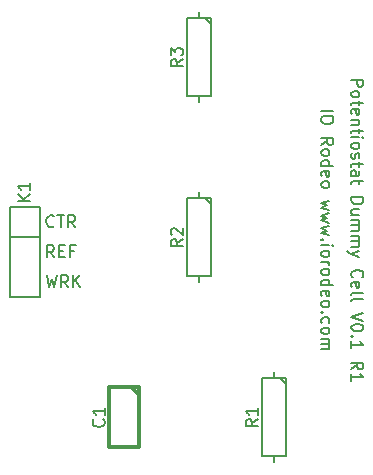
<source format=gto>
G04 (created by PCBNEW (2013-jul-07)-stable) date Mon 21 Nov 2016 11:31:40 AM PST*
%MOIN*%
G04 Gerber Fmt 3.4, Leading zero omitted, Abs format*
%FSLAX34Y34*%
G01*
G70*
G90*
G04 APERTURE LIST*
%ADD10C,0.00590551*%
%ADD11C,0.008*%
%ADD12C,0.006*%
%ADD13C,0.012*%
G04 APERTURE END LIST*
G54D10*
G54D11*
X31428Y-40761D02*
X31523Y-41161D01*
X31600Y-40876D01*
X31676Y-41161D01*
X31771Y-40761D01*
X32152Y-41161D02*
X32019Y-40971D01*
X31923Y-41161D02*
X31923Y-40761D01*
X32076Y-40761D01*
X32114Y-40780D01*
X32133Y-40800D01*
X32152Y-40838D01*
X32152Y-40895D01*
X32133Y-40933D01*
X32114Y-40952D01*
X32076Y-40971D01*
X31923Y-40971D01*
X32323Y-41161D02*
X32323Y-40761D01*
X32552Y-41161D02*
X32380Y-40933D01*
X32552Y-40761D02*
X32323Y-40990D01*
X31671Y-40161D02*
X31538Y-39971D01*
X31442Y-40161D02*
X31442Y-39761D01*
X31595Y-39761D01*
X31633Y-39780D01*
X31652Y-39800D01*
X31671Y-39838D01*
X31671Y-39895D01*
X31652Y-39933D01*
X31633Y-39952D01*
X31595Y-39971D01*
X31442Y-39971D01*
X31842Y-39952D02*
X31976Y-39952D01*
X32033Y-40161D02*
X31842Y-40161D01*
X31842Y-39761D01*
X32033Y-39761D01*
X32338Y-39952D02*
X32204Y-39952D01*
X32204Y-40161D02*
X32204Y-39761D01*
X32395Y-39761D01*
X31671Y-39123D02*
X31652Y-39142D01*
X31595Y-39161D01*
X31557Y-39161D01*
X31500Y-39142D01*
X31461Y-39104D01*
X31442Y-39066D01*
X31423Y-38990D01*
X31423Y-38933D01*
X31442Y-38857D01*
X31461Y-38819D01*
X31500Y-38780D01*
X31557Y-38761D01*
X31595Y-38761D01*
X31652Y-38780D01*
X31671Y-38800D01*
X31785Y-38761D02*
X32014Y-38761D01*
X31900Y-39161D02*
X31900Y-38761D01*
X32376Y-39161D02*
X32242Y-38971D01*
X32147Y-39161D02*
X32147Y-38761D01*
X32300Y-38761D01*
X32338Y-38780D01*
X32357Y-38800D01*
X32376Y-38838D01*
X32376Y-38895D01*
X32357Y-38933D01*
X32338Y-38952D01*
X32300Y-38971D01*
X32147Y-38971D01*
X40588Y-35269D02*
X40988Y-35269D01*
X40988Y-35535D02*
X40988Y-35611D01*
X40969Y-35650D01*
X40930Y-35688D01*
X40854Y-35707D01*
X40721Y-35707D01*
X40645Y-35688D01*
X40607Y-35650D01*
X40588Y-35611D01*
X40588Y-35535D01*
X40607Y-35497D01*
X40645Y-35459D01*
X40721Y-35440D01*
X40854Y-35440D01*
X40930Y-35459D01*
X40969Y-35497D01*
X40988Y-35535D01*
X40588Y-36411D02*
X40778Y-36278D01*
X40588Y-36183D02*
X40988Y-36183D01*
X40988Y-36335D01*
X40969Y-36373D01*
X40950Y-36392D01*
X40911Y-36411D01*
X40854Y-36411D01*
X40816Y-36392D01*
X40797Y-36373D01*
X40778Y-36335D01*
X40778Y-36183D01*
X40588Y-36640D02*
X40607Y-36602D01*
X40626Y-36583D01*
X40664Y-36564D01*
X40778Y-36564D01*
X40816Y-36583D01*
X40835Y-36602D01*
X40854Y-36640D01*
X40854Y-36697D01*
X40835Y-36735D01*
X40816Y-36754D01*
X40778Y-36773D01*
X40664Y-36773D01*
X40626Y-36754D01*
X40607Y-36735D01*
X40588Y-36697D01*
X40588Y-36640D01*
X40588Y-37116D02*
X40988Y-37116D01*
X40607Y-37116D02*
X40588Y-37078D01*
X40588Y-37002D01*
X40607Y-36964D01*
X40626Y-36945D01*
X40664Y-36926D01*
X40778Y-36926D01*
X40816Y-36945D01*
X40835Y-36964D01*
X40854Y-37002D01*
X40854Y-37078D01*
X40835Y-37116D01*
X40607Y-37459D02*
X40588Y-37421D01*
X40588Y-37345D01*
X40607Y-37307D01*
X40645Y-37288D01*
X40797Y-37288D01*
X40835Y-37307D01*
X40854Y-37345D01*
X40854Y-37421D01*
X40835Y-37459D01*
X40797Y-37478D01*
X40759Y-37478D01*
X40721Y-37288D01*
X40588Y-37707D02*
X40607Y-37669D01*
X40626Y-37650D01*
X40664Y-37630D01*
X40778Y-37630D01*
X40816Y-37650D01*
X40835Y-37669D01*
X40854Y-37707D01*
X40854Y-37764D01*
X40835Y-37802D01*
X40816Y-37821D01*
X40778Y-37840D01*
X40664Y-37840D01*
X40626Y-37821D01*
X40607Y-37802D01*
X40588Y-37764D01*
X40588Y-37707D01*
X40854Y-38278D02*
X40588Y-38354D01*
X40778Y-38430D01*
X40588Y-38507D01*
X40854Y-38583D01*
X40854Y-38697D02*
X40588Y-38773D01*
X40778Y-38849D01*
X40588Y-38926D01*
X40854Y-39002D01*
X40854Y-39116D02*
X40588Y-39192D01*
X40778Y-39269D01*
X40588Y-39345D01*
X40854Y-39421D01*
X40626Y-39573D02*
X40607Y-39592D01*
X40588Y-39573D01*
X40607Y-39554D01*
X40626Y-39573D01*
X40588Y-39573D01*
X40588Y-39764D02*
X40854Y-39764D01*
X40988Y-39764D02*
X40969Y-39745D01*
X40950Y-39764D01*
X40969Y-39783D01*
X40988Y-39764D01*
X40950Y-39764D01*
X40588Y-40011D02*
X40607Y-39973D01*
X40626Y-39954D01*
X40664Y-39935D01*
X40778Y-39935D01*
X40816Y-39954D01*
X40835Y-39973D01*
X40854Y-40011D01*
X40854Y-40069D01*
X40835Y-40107D01*
X40816Y-40126D01*
X40778Y-40145D01*
X40664Y-40145D01*
X40626Y-40126D01*
X40607Y-40107D01*
X40588Y-40069D01*
X40588Y-40011D01*
X40588Y-40316D02*
X40854Y-40316D01*
X40778Y-40316D02*
X40816Y-40335D01*
X40835Y-40354D01*
X40854Y-40392D01*
X40854Y-40430D01*
X40588Y-40621D02*
X40607Y-40583D01*
X40626Y-40564D01*
X40664Y-40545D01*
X40778Y-40545D01*
X40816Y-40564D01*
X40835Y-40583D01*
X40854Y-40621D01*
X40854Y-40678D01*
X40835Y-40716D01*
X40816Y-40735D01*
X40778Y-40754D01*
X40664Y-40754D01*
X40626Y-40735D01*
X40607Y-40716D01*
X40588Y-40678D01*
X40588Y-40621D01*
X40588Y-41097D02*
X40988Y-41097D01*
X40607Y-41097D02*
X40588Y-41059D01*
X40588Y-40983D01*
X40607Y-40945D01*
X40626Y-40926D01*
X40664Y-40907D01*
X40778Y-40907D01*
X40816Y-40926D01*
X40835Y-40945D01*
X40854Y-40983D01*
X40854Y-41059D01*
X40835Y-41097D01*
X40607Y-41440D02*
X40588Y-41402D01*
X40588Y-41326D01*
X40607Y-41288D01*
X40645Y-41269D01*
X40797Y-41269D01*
X40835Y-41288D01*
X40854Y-41326D01*
X40854Y-41402D01*
X40835Y-41440D01*
X40797Y-41459D01*
X40759Y-41459D01*
X40721Y-41269D01*
X40588Y-41688D02*
X40607Y-41650D01*
X40626Y-41630D01*
X40664Y-41611D01*
X40778Y-41611D01*
X40816Y-41630D01*
X40835Y-41650D01*
X40854Y-41688D01*
X40854Y-41745D01*
X40835Y-41783D01*
X40816Y-41802D01*
X40778Y-41821D01*
X40664Y-41821D01*
X40626Y-41802D01*
X40607Y-41783D01*
X40588Y-41745D01*
X40588Y-41688D01*
X40626Y-41992D02*
X40607Y-42011D01*
X40588Y-41992D01*
X40607Y-41973D01*
X40626Y-41992D01*
X40588Y-41992D01*
X40607Y-42354D02*
X40588Y-42316D01*
X40588Y-42240D01*
X40607Y-42202D01*
X40626Y-42183D01*
X40664Y-42164D01*
X40778Y-42164D01*
X40816Y-42183D01*
X40835Y-42202D01*
X40854Y-42240D01*
X40854Y-42316D01*
X40835Y-42354D01*
X40588Y-42583D02*
X40607Y-42545D01*
X40626Y-42526D01*
X40664Y-42507D01*
X40778Y-42507D01*
X40816Y-42526D01*
X40835Y-42545D01*
X40854Y-42583D01*
X40854Y-42640D01*
X40835Y-42678D01*
X40816Y-42697D01*
X40778Y-42716D01*
X40664Y-42716D01*
X40626Y-42697D01*
X40607Y-42678D01*
X40588Y-42640D01*
X40588Y-42583D01*
X40588Y-42888D02*
X40854Y-42888D01*
X40816Y-42888D02*
X40835Y-42907D01*
X40854Y-42945D01*
X40854Y-43002D01*
X40835Y-43040D01*
X40797Y-43059D01*
X40588Y-43059D01*
X40797Y-43059D02*
X40835Y-43078D01*
X40854Y-43116D01*
X40854Y-43173D01*
X40835Y-43211D01*
X40797Y-43230D01*
X40588Y-43230D01*
X41588Y-34240D02*
X41988Y-34240D01*
X41988Y-34392D01*
X41969Y-34430D01*
X41950Y-34450D01*
X41911Y-34469D01*
X41854Y-34469D01*
X41816Y-34450D01*
X41797Y-34430D01*
X41778Y-34392D01*
X41778Y-34240D01*
X41588Y-34697D02*
X41607Y-34659D01*
X41626Y-34640D01*
X41664Y-34621D01*
X41778Y-34621D01*
X41816Y-34640D01*
X41835Y-34659D01*
X41854Y-34697D01*
X41854Y-34754D01*
X41835Y-34792D01*
X41816Y-34811D01*
X41778Y-34830D01*
X41664Y-34830D01*
X41626Y-34811D01*
X41607Y-34792D01*
X41588Y-34754D01*
X41588Y-34697D01*
X41854Y-34945D02*
X41854Y-35097D01*
X41988Y-35002D02*
X41645Y-35002D01*
X41607Y-35021D01*
X41588Y-35059D01*
X41588Y-35097D01*
X41607Y-35383D02*
X41588Y-35345D01*
X41588Y-35269D01*
X41607Y-35230D01*
X41645Y-35211D01*
X41797Y-35211D01*
X41835Y-35230D01*
X41854Y-35269D01*
X41854Y-35345D01*
X41835Y-35383D01*
X41797Y-35402D01*
X41759Y-35402D01*
X41721Y-35211D01*
X41854Y-35573D02*
X41588Y-35573D01*
X41816Y-35573D02*
X41835Y-35592D01*
X41854Y-35630D01*
X41854Y-35688D01*
X41835Y-35726D01*
X41797Y-35745D01*
X41588Y-35745D01*
X41854Y-35878D02*
X41854Y-36030D01*
X41988Y-35935D02*
X41645Y-35935D01*
X41607Y-35954D01*
X41588Y-35992D01*
X41588Y-36030D01*
X41588Y-36164D02*
X41854Y-36164D01*
X41988Y-36164D02*
X41969Y-36145D01*
X41950Y-36164D01*
X41969Y-36183D01*
X41988Y-36164D01*
X41950Y-36164D01*
X41588Y-36411D02*
X41607Y-36373D01*
X41626Y-36354D01*
X41664Y-36335D01*
X41778Y-36335D01*
X41816Y-36354D01*
X41835Y-36373D01*
X41854Y-36411D01*
X41854Y-36469D01*
X41835Y-36507D01*
X41816Y-36526D01*
X41778Y-36545D01*
X41664Y-36545D01*
X41626Y-36526D01*
X41607Y-36507D01*
X41588Y-36469D01*
X41588Y-36411D01*
X41607Y-36697D02*
X41588Y-36735D01*
X41588Y-36811D01*
X41607Y-36850D01*
X41645Y-36869D01*
X41664Y-36869D01*
X41702Y-36850D01*
X41721Y-36811D01*
X41721Y-36754D01*
X41740Y-36716D01*
X41778Y-36697D01*
X41797Y-36697D01*
X41835Y-36716D01*
X41854Y-36754D01*
X41854Y-36811D01*
X41835Y-36850D01*
X41854Y-36983D02*
X41854Y-37135D01*
X41988Y-37040D02*
X41645Y-37040D01*
X41607Y-37059D01*
X41588Y-37097D01*
X41588Y-37135D01*
X41588Y-37440D02*
X41797Y-37440D01*
X41835Y-37421D01*
X41854Y-37383D01*
X41854Y-37307D01*
X41835Y-37269D01*
X41607Y-37440D02*
X41588Y-37402D01*
X41588Y-37307D01*
X41607Y-37269D01*
X41645Y-37250D01*
X41683Y-37250D01*
X41721Y-37269D01*
X41740Y-37307D01*
X41740Y-37402D01*
X41759Y-37440D01*
X41854Y-37573D02*
X41854Y-37726D01*
X41988Y-37630D02*
X41645Y-37630D01*
X41607Y-37650D01*
X41588Y-37688D01*
X41588Y-37726D01*
X41588Y-38164D02*
X41988Y-38164D01*
X41988Y-38259D01*
X41969Y-38316D01*
X41930Y-38354D01*
X41892Y-38373D01*
X41816Y-38392D01*
X41759Y-38392D01*
X41683Y-38373D01*
X41645Y-38354D01*
X41607Y-38316D01*
X41588Y-38259D01*
X41588Y-38164D01*
X41854Y-38735D02*
X41588Y-38735D01*
X41854Y-38564D02*
X41645Y-38564D01*
X41607Y-38583D01*
X41588Y-38621D01*
X41588Y-38678D01*
X41607Y-38716D01*
X41626Y-38735D01*
X41588Y-38926D02*
X41854Y-38926D01*
X41816Y-38926D02*
X41835Y-38945D01*
X41854Y-38983D01*
X41854Y-39040D01*
X41835Y-39078D01*
X41797Y-39097D01*
X41588Y-39097D01*
X41797Y-39097D02*
X41835Y-39116D01*
X41854Y-39154D01*
X41854Y-39211D01*
X41835Y-39250D01*
X41797Y-39269D01*
X41588Y-39269D01*
X41588Y-39459D02*
X41854Y-39459D01*
X41816Y-39459D02*
X41835Y-39478D01*
X41854Y-39516D01*
X41854Y-39573D01*
X41835Y-39611D01*
X41797Y-39630D01*
X41588Y-39630D01*
X41797Y-39630D02*
X41835Y-39650D01*
X41854Y-39688D01*
X41854Y-39745D01*
X41835Y-39783D01*
X41797Y-39802D01*
X41588Y-39802D01*
X41854Y-39954D02*
X41588Y-40050D01*
X41854Y-40145D02*
X41588Y-40050D01*
X41492Y-40011D01*
X41473Y-39992D01*
X41454Y-39954D01*
X41626Y-40830D02*
X41607Y-40811D01*
X41588Y-40754D01*
X41588Y-40716D01*
X41607Y-40659D01*
X41645Y-40621D01*
X41683Y-40602D01*
X41759Y-40583D01*
X41816Y-40583D01*
X41892Y-40602D01*
X41930Y-40621D01*
X41969Y-40659D01*
X41988Y-40716D01*
X41988Y-40754D01*
X41969Y-40811D01*
X41950Y-40830D01*
X41607Y-41154D02*
X41588Y-41116D01*
X41588Y-41040D01*
X41607Y-41002D01*
X41645Y-40983D01*
X41797Y-40983D01*
X41835Y-41002D01*
X41854Y-41040D01*
X41854Y-41116D01*
X41835Y-41154D01*
X41797Y-41173D01*
X41759Y-41173D01*
X41721Y-40983D01*
X41588Y-41402D02*
X41607Y-41364D01*
X41645Y-41345D01*
X41988Y-41345D01*
X41588Y-41611D02*
X41607Y-41573D01*
X41645Y-41554D01*
X41988Y-41554D01*
X41988Y-42011D02*
X41588Y-42145D01*
X41988Y-42278D01*
X41988Y-42488D02*
X41988Y-42526D01*
X41969Y-42564D01*
X41950Y-42583D01*
X41911Y-42602D01*
X41835Y-42621D01*
X41740Y-42621D01*
X41664Y-42602D01*
X41626Y-42583D01*
X41607Y-42564D01*
X41588Y-42526D01*
X41588Y-42488D01*
X41607Y-42449D01*
X41626Y-42430D01*
X41664Y-42411D01*
X41740Y-42392D01*
X41835Y-42392D01*
X41911Y-42411D01*
X41950Y-42430D01*
X41969Y-42449D01*
X41988Y-42488D01*
X41626Y-42792D02*
X41607Y-42811D01*
X41588Y-42792D01*
X41607Y-42773D01*
X41626Y-42792D01*
X41588Y-42792D01*
X41588Y-43192D02*
X41588Y-42964D01*
X41588Y-43078D02*
X41988Y-43078D01*
X41930Y-43040D01*
X41892Y-43002D01*
X41873Y-42964D01*
X41588Y-43897D02*
X41778Y-43764D01*
X41588Y-43669D02*
X41988Y-43669D01*
X41988Y-43821D01*
X41969Y-43859D01*
X41950Y-43878D01*
X41911Y-43897D01*
X41854Y-43897D01*
X41816Y-43878D01*
X41797Y-43859D01*
X41778Y-43821D01*
X41778Y-43669D01*
X41588Y-44278D02*
X41588Y-44049D01*
X41588Y-44164D02*
X41988Y-44164D01*
X41930Y-44126D01*
X41892Y-44088D01*
X41873Y-44049D01*
X36500Y-32000D02*
X36500Y-32200D01*
X36500Y-35000D02*
X36500Y-34800D01*
X36500Y-34800D02*
X36900Y-34800D01*
X36900Y-34800D02*
X36900Y-32200D01*
X36900Y-32200D02*
X36100Y-32200D01*
X36100Y-32200D02*
X36100Y-34800D01*
X36100Y-34800D02*
X36500Y-34800D01*
X36700Y-32200D02*
X36900Y-32400D01*
X36500Y-38000D02*
X36500Y-38200D01*
X36500Y-41000D02*
X36500Y-40800D01*
X36500Y-40800D02*
X36900Y-40800D01*
X36900Y-40800D02*
X36900Y-38200D01*
X36900Y-38200D02*
X36100Y-38200D01*
X36100Y-38200D02*
X36100Y-40800D01*
X36100Y-40800D02*
X36500Y-40800D01*
X36700Y-38200D02*
X36900Y-38400D01*
X39000Y-44000D02*
X39000Y-44200D01*
X39000Y-47000D02*
X39000Y-46800D01*
X39000Y-46800D02*
X39400Y-46800D01*
X39400Y-46800D02*
X39400Y-44200D01*
X39400Y-44200D02*
X38600Y-44200D01*
X38600Y-44200D02*
X38600Y-46800D01*
X38600Y-46800D02*
X39000Y-46800D01*
X39200Y-44200D02*
X39400Y-44400D01*
G54D12*
X30200Y-38500D02*
X31200Y-38500D01*
X31200Y-38500D02*
X31200Y-41500D01*
X31200Y-41500D02*
X30200Y-41500D01*
X30200Y-41500D02*
X30200Y-38500D01*
X31200Y-39500D02*
X30200Y-39500D01*
G54D13*
X34500Y-44520D02*
X34500Y-46500D01*
X34500Y-46500D02*
X33500Y-46500D01*
X33500Y-46500D02*
X33500Y-44500D01*
X33500Y-44500D02*
X34500Y-44500D01*
X34250Y-44500D02*
X34500Y-44750D01*
G54D11*
X35961Y-33566D02*
X35771Y-33699D01*
X35961Y-33795D02*
X35561Y-33795D01*
X35561Y-33642D01*
X35580Y-33604D01*
X35600Y-33585D01*
X35638Y-33566D01*
X35695Y-33566D01*
X35733Y-33585D01*
X35752Y-33604D01*
X35771Y-33642D01*
X35771Y-33795D01*
X35561Y-33433D02*
X35561Y-33185D01*
X35714Y-33319D01*
X35714Y-33261D01*
X35733Y-33223D01*
X35752Y-33204D01*
X35790Y-33185D01*
X35885Y-33185D01*
X35923Y-33204D01*
X35942Y-33223D01*
X35961Y-33261D01*
X35961Y-33376D01*
X35942Y-33414D01*
X35923Y-33433D01*
X35961Y-39566D02*
X35771Y-39699D01*
X35961Y-39795D02*
X35561Y-39795D01*
X35561Y-39642D01*
X35580Y-39604D01*
X35600Y-39585D01*
X35638Y-39566D01*
X35695Y-39566D01*
X35733Y-39585D01*
X35752Y-39604D01*
X35771Y-39642D01*
X35771Y-39795D01*
X35600Y-39414D02*
X35580Y-39395D01*
X35561Y-39357D01*
X35561Y-39261D01*
X35580Y-39223D01*
X35600Y-39204D01*
X35638Y-39185D01*
X35676Y-39185D01*
X35733Y-39204D01*
X35961Y-39433D01*
X35961Y-39185D01*
X38461Y-45566D02*
X38271Y-45699D01*
X38461Y-45795D02*
X38061Y-45795D01*
X38061Y-45642D01*
X38080Y-45604D01*
X38100Y-45585D01*
X38138Y-45566D01*
X38195Y-45566D01*
X38233Y-45585D01*
X38252Y-45604D01*
X38271Y-45642D01*
X38271Y-45795D01*
X38461Y-45185D02*
X38461Y-45414D01*
X38461Y-45299D02*
X38061Y-45299D01*
X38119Y-45338D01*
X38157Y-45376D01*
X38176Y-45414D01*
X30861Y-38295D02*
X30461Y-38295D01*
X30861Y-38066D02*
X30633Y-38238D01*
X30461Y-38066D02*
X30690Y-38295D01*
X30861Y-37685D02*
X30861Y-37914D01*
X30861Y-37799D02*
X30461Y-37799D01*
X30519Y-37838D01*
X30557Y-37876D01*
X30576Y-37914D01*
X33323Y-45566D02*
X33342Y-45585D01*
X33361Y-45642D01*
X33361Y-45680D01*
X33342Y-45738D01*
X33304Y-45776D01*
X33266Y-45795D01*
X33190Y-45814D01*
X33133Y-45814D01*
X33057Y-45795D01*
X33019Y-45776D01*
X32980Y-45738D01*
X32961Y-45680D01*
X32961Y-45642D01*
X32980Y-45585D01*
X33000Y-45566D01*
X33361Y-45185D02*
X33361Y-45414D01*
X33361Y-45299D02*
X32961Y-45299D01*
X33019Y-45338D01*
X33057Y-45376D01*
X33076Y-45414D01*
M02*

</source>
